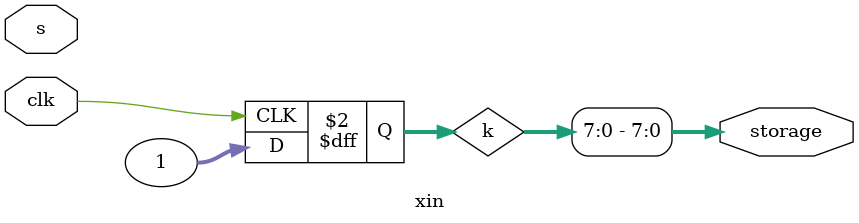
<source format=v>
module xin (output wire [7:0] storage, input wire [7:0] s,input wire clk);
integer k;
integer v;
integer t;

always @(posedge clk)
	begin
		 k=1;
		 v=7;
		 t=0;
	end

assign storage[7:0]=k;
endmodule

</source>
